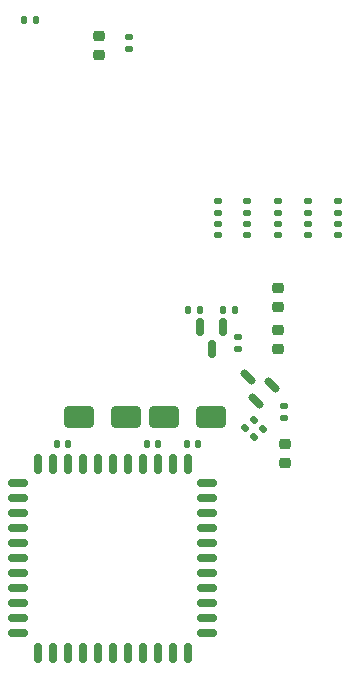
<source format=gbr>
G04 #@! TF.GenerationSoftware,KiCad,Pcbnew,7.0.5*
G04 #@! TF.CreationDate,2024-08-22T14:11:36-04:00*
G04 #@! TF.ProjectId,xDev_eval,78446576-5f65-4766-916c-2e6b69636164,V0.5*
G04 #@! TF.SameCoordinates,Original*
G04 #@! TF.FileFunction,Paste,Top*
G04 #@! TF.FilePolarity,Positive*
%FSLAX46Y46*%
G04 Gerber Fmt 4.6, Leading zero omitted, Abs format (unit mm)*
G04 Created by KiCad (PCBNEW 7.0.5) date 2024-08-22 14:11:36*
%MOMM*%
%LPD*%
G01*
G04 APERTURE LIST*
G04 Aperture macros list*
%AMRoundRect*
0 Rectangle with rounded corners*
0 $1 Rounding radius*
0 $2 $3 $4 $5 $6 $7 $8 $9 X,Y pos of 4 corners*
0 Add a 4 corners polygon primitive as box body*
4,1,4,$2,$3,$4,$5,$6,$7,$8,$9,$2,$3,0*
0 Add four circle primitives for the rounded corners*
1,1,$1+$1,$2,$3*
1,1,$1+$1,$4,$5*
1,1,$1+$1,$6,$7*
1,1,$1+$1,$8,$9*
0 Add four rect primitives between the rounded corners*
20,1,$1+$1,$2,$3,$4,$5,0*
20,1,$1+$1,$4,$5,$6,$7,0*
20,1,$1+$1,$6,$7,$8,$9,0*
20,1,$1+$1,$8,$9,$2,$3,0*%
G04 Aperture macros list end*
%ADD10RoundRect,0.225000X0.250000X-0.225000X0.250000X0.225000X-0.250000X0.225000X-0.250000X-0.225000X0*%
%ADD11RoundRect,0.225000X-0.250000X0.225000X-0.250000X-0.225000X0.250000X-0.225000X0.250000X0.225000X0*%
%ADD12RoundRect,0.150000X0.521491X-0.309359X-0.309359X0.521491X-0.521491X0.309359X0.309359X-0.521491X0*%
%ADD13RoundRect,0.150000X-0.150000X0.587500X-0.150000X-0.587500X0.150000X-0.587500X0.150000X0.587500X0*%
%ADD14RoundRect,0.135000X0.185000X-0.135000X0.185000X0.135000X-0.185000X0.135000X-0.185000X-0.135000X0*%
%ADD15RoundRect,0.135000X-0.035355X0.226274X-0.226274X0.035355X0.035355X-0.226274X0.226274X-0.035355X0*%
%ADD16RoundRect,0.135000X-0.135000X-0.185000X0.135000X-0.185000X0.135000X0.185000X-0.135000X0.185000X0*%
%ADD17RoundRect,0.135000X0.135000X0.185000X-0.135000X0.185000X-0.135000X-0.185000X0.135000X-0.185000X0*%
%ADD18RoundRect,0.135000X-0.185000X0.135000X-0.185000X-0.135000X0.185000X-0.135000X0.185000X0.135000X0*%
%ADD19RoundRect,0.147500X0.172500X-0.147500X0.172500X0.147500X-0.172500X0.147500X-0.172500X-0.147500X0*%
%ADD20RoundRect,0.250000X1.000000X0.650000X-1.000000X0.650000X-1.000000X-0.650000X1.000000X-0.650000X0*%
%ADD21RoundRect,0.140000X0.140000X0.170000X-0.140000X0.170000X-0.140000X-0.170000X0.140000X-0.170000X0*%
%ADD22RoundRect,0.150000X-0.150000X-0.700000X0.150000X-0.700000X0.150000X0.700000X-0.150000X0.700000X0*%
%ADD23RoundRect,0.150000X-0.700000X-0.150000X0.700000X-0.150000X0.700000X0.150000X-0.700000X0.150000X0*%
%ADD24RoundRect,0.140000X-0.140000X-0.170000X0.140000X-0.170000X0.140000X0.170000X-0.140000X0.170000X0*%
%ADD25RoundRect,0.140000X-0.170000X0.140000X-0.170000X-0.140000X0.170000X-0.140000X0.170000X0.140000X0*%
G04 APERTURE END LIST*
D10*
X157988000Y-101740000D03*
X157988000Y-100190000D03*
D11*
X157353000Y-92088000D03*
X157353000Y-90538000D03*
D12*
X155540761Y-96483064D03*
X156884264Y-95139561D03*
X154886687Y-94485487D03*
D13*
X152715000Y-90248500D03*
X150815000Y-90248500D03*
X151765000Y-92123500D03*
D14*
X157937200Y-97944400D03*
X157937200Y-96924400D03*
D15*
X156118448Y-98846752D03*
X155397200Y-99568000D03*
D14*
X153974800Y-91057000D03*
X153974800Y-92077000D03*
D16*
X152715000Y-88773000D03*
X153735000Y-88773000D03*
D15*
X155351424Y-98089776D03*
X154630176Y-98811024D03*
D17*
X150815000Y-88773000D03*
X149795000Y-88773000D03*
D18*
X154800000Y-79600000D03*
X154800000Y-80620000D03*
D19*
X152273000Y-82485000D03*
X152273000Y-81515000D03*
D20*
X144526000Y-97892000D03*
X140526000Y-97892000D03*
D21*
X136878000Y-64262000D03*
X135918000Y-64262000D03*
D18*
X157353000Y-79600000D03*
X157353000Y-80620000D03*
D19*
X157353000Y-82485000D03*
X157353000Y-81515000D03*
X154800000Y-82485000D03*
X154800000Y-81515000D03*
D18*
X152273000Y-79600000D03*
X152273000Y-80620000D03*
D22*
X143410000Y-101830000D03*
X142140000Y-101830000D03*
X140870000Y-101830000D03*
X139600000Y-101830000D03*
X138330000Y-101830000D03*
X137060000Y-101830000D03*
D23*
X135410000Y-103480000D03*
X135410000Y-104750000D03*
X135410000Y-106020000D03*
X135410000Y-107290000D03*
X135410000Y-108560000D03*
X135410000Y-109830000D03*
X135410000Y-111100000D03*
X135410000Y-112370000D03*
X135410000Y-113640000D03*
X135410000Y-114910000D03*
X135410000Y-116180000D03*
D22*
X137060000Y-117830000D03*
X138330000Y-117830000D03*
X139600000Y-117830000D03*
X140870000Y-117830000D03*
X142140000Y-117830000D03*
X143410000Y-117830000D03*
X144680000Y-117830000D03*
X145950000Y-117830000D03*
X147220000Y-117830000D03*
X148490000Y-117830000D03*
X149760000Y-117830000D03*
D23*
X151410000Y-116180000D03*
X151410000Y-114910000D03*
X151410000Y-113640000D03*
X151410000Y-112370000D03*
X151410000Y-111100000D03*
X151410000Y-109830000D03*
X151410000Y-108560000D03*
X151410000Y-107290000D03*
X151410000Y-106020000D03*
X151410000Y-104750000D03*
X151410000Y-103480000D03*
D22*
X149760000Y-101830000D03*
X148490000Y-101830000D03*
X147220000Y-101830000D03*
X145950000Y-101830000D03*
X144680000Y-101830000D03*
D18*
X162433000Y-79600000D03*
X162433000Y-80620000D03*
X159893000Y-79600000D03*
X159893000Y-80620000D03*
D19*
X162433000Y-82485000D03*
X162433000Y-81515000D03*
D21*
X147220000Y-100178000D03*
X146260000Y-100178000D03*
D11*
X157429200Y-86969600D03*
X157429200Y-88519600D03*
D24*
X149662000Y-100178000D03*
X150622000Y-100178000D03*
D25*
X144780000Y-65712000D03*
X144780000Y-66672000D03*
D20*
X151701000Y-97892000D03*
X147701000Y-97892000D03*
D11*
X142240000Y-65646000D03*
X142240000Y-67196000D03*
D21*
X139600000Y-100178000D03*
X138640000Y-100178000D03*
D19*
X159893000Y-82485000D03*
X159893000Y-81515000D03*
M02*

</source>
